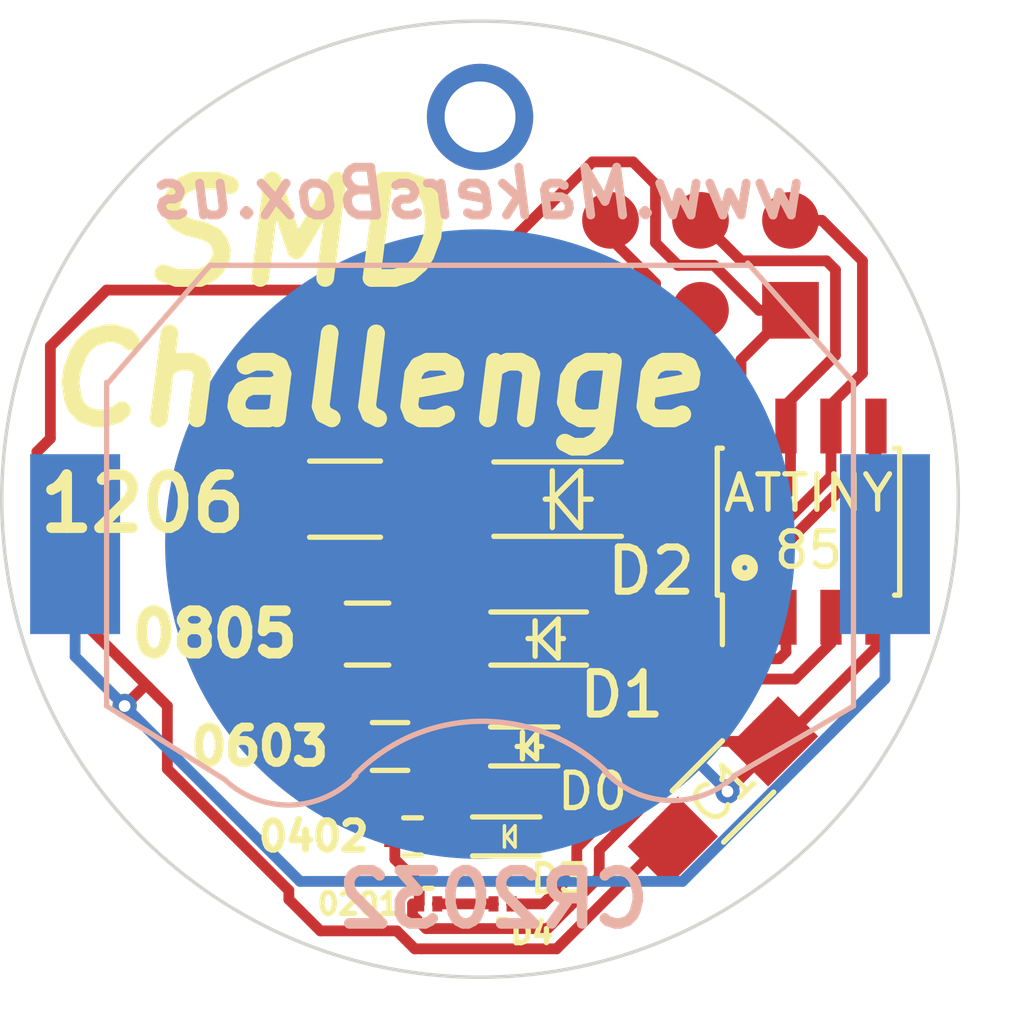
<source format=kicad_pcb>
(kicad_pcb (version 4) (host pcbnew 4.0.4-stable)

  (general
    (links 26)
    (no_connects 0)
    (area 194.094714 78.524714 221.195286 105.625286)
    (thickness 1.6)
    (drawings 17)
    (tracks 155)
    (zones 0)
    (modules 15)
    (nets 14)
  )

  (page USLetter)
  (layers
    (0 F.Cu signal)
    (31 B.Cu signal)
    (34 B.Paste user)
    (35 F.Paste user)
    (36 B.SilkS user)
    (37 F.SilkS user)
    (38 B.Mask user)
    (39 F.Mask user)
    (40 Dwgs.User user)
    (44 Edge.Cuts user)
  )

  (setup
    (last_trace_width 0.3048)
    (user_trace_width 0.254)
    (user_trace_width 0.3048)
    (user_trace_width 0.4064)
    (user_trace_width 0.6096)
    (user_trace_width 2.032)
    (trace_clearance 0.1524)
    (zone_clearance 0.508)
    (zone_45_only no)
    (trace_min 0.1524)
    (segment_width 0.254)
    (edge_width 0.1)
    (via_size 0.6858)
    (via_drill 0.3302)
    (via_min_size 0.6858)
    (via_min_drill 0.3302)
    (user_via 1 0.5)
    (uvia_size 0.762)
    (uvia_drill 0.508)
    (uvias_allowed no)
    (uvia_min_size 0.508)
    (uvia_min_drill 0.127)
    (pcb_text_width 0.3)
    (pcb_text_size 1.5 1.5)
    (mod_edge_width 0.15)
    (mod_text_size 1 1)
    (mod_text_width 0.15)
    (pad_size 2 1.6)
    (pad_drill 0)
    (pad_to_mask_clearance 0)
    (aux_axis_origin 0 0)
    (grid_origin 210.82 95.25)
    (visible_elements 7FFEFFFF)
    (pcbplotparams
      (layerselection 0x010f0_80000001)
      (usegerberextensions true)
      (excludeedgelayer true)
      (linewidth 0.100000)
      (plotframeref false)
      (viasonmask false)
      (mode 1)
      (useauxorigin false)
      (hpglpennumber 1)
      (hpglpenspeed 20)
      (hpglpendiameter 15)
      (hpglpenoverlay 2)
      (psnegative false)
      (psa4output false)
      (plotreference true)
      (plotvalue true)
      (plotinvisibletext false)
      (padsonsilk false)
      (subtractmaskfromsilk false)
      (outputformat 1)
      (mirror false)
      (drillshape 0)
      (scaleselection 1)
      (outputdirectory gerbers/))
  )

  (net 0 "")
  (net 1 GND)
  (net 2 +BATT)
  (net 3 "Net-(CON1-Pad1)")
  (net 4 "Net-(CON1-Pad3)")
  (net 5 "Net-(CON1-Pad4)")
  (net 6 "Net-(CON1-Pad5)")
  (net 7 "Net-(D1-Pad1)")
  (net 8 "Net-(D2-Pad1)")
  (net 9 "Net-(D3-Pad1)")
  (net 10 "Net-(D0-Pad1)")
  (net 11 "Net-(D3-Pad2)")
  (net 12 "Net-(D4-Pad2)")
  (net 13 "Net-(D4-Pad1)")

  (net_class Default "This is the default net class."
    (clearance 0.1524)
    (trace_width 0.1524)
    (via_dia 0.6858)
    (via_drill 0.3302)
    (uvia_dia 0.762)
    (uvia_drill 0.508)
    (add_net +BATT)
    (add_net GND)
    (add_net "Net-(CON1-Pad1)")
    (add_net "Net-(CON1-Pad3)")
    (add_net "Net-(CON1-Pad4)")
    (add_net "Net-(CON1-Pad5)")
    (add_net "Net-(D0-Pad1)")
    (add_net "Net-(D1-Pad1)")
    (add_net "Net-(D2-Pad1)")
    (add_net "Net-(D3-Pad1)")
    (add_net "Net-(D3-Pad2)")
    (add_net "Net-(D4-Pad1)")
    (add_net "Net-(D4-Pad2)")
  )

  (module Housings_SOIC:SOIC-8_3.9x4.9mm_Pitch1.27mm (layer F.Cu) (tedit 58DFE2EB) (tstamp 58DF2780)
    (at 216.916 92.71 90)
    (descr "8-Lead Plastic Small Outline (SN) - Narrow, 3.90 mm Body [SOIC] (see Microchip Packaging Specification 00000049BS.pdf)")
    (tags "SOIC 1.27")
    (path /58C478D3)
    (attr smd)
    (fp_text reference IC1 (at 0.508 0.254 180) (layer F.SilkS) hide
      (effects (font (size 1 1) (thickness 0.15)))
    )
    (fp_text value ATTINY85-S (at 0 3.5 90) (layer F.Fab)
      (effects (font (size 1 1) (thickness 0.15)))
    )
    (fp_circle (center -1.3 -1.8) (end -1.1 -1.7) (layer F.SilkS) (width 0.3))
    (fp_line (start -3.75 -2.75) (end -3.75 2.75) (layer F.CrtYd) (width 0.05))
    (fp_line (start 3.75 -2.75) (end 3.75 2.75) (layer F.CrtYd) (width 0.05))
    (fp_line (start -3.75 -2.75) (end 3.75 -2.75) (layer F.CrtYd) (width 0.05))
    (fp_line (start -3.75 2.75) (end 3.75 2.75) (layer F.CrtYd) (width 0.05))
    (fp_line (start -2.075 -2.575) (end -2.075 -2.43) (layer F.SilkS) (width 0.15))
    (fp_line (start 2.075 -2.575) (end 2.075 -2.43) (layer F.SilkS) (width 0.15))
    (fp_line (start 2.075 2.575) (end 2.075 2.43) (layer F.SilkS) (width 0.15))
    (fp_line (start -2.075 2.575) (end -2.075 2.43) (layer F.SilkS) (width 0.15))
    (fp_line (start -2.075 -2.575) (end 2.075 -2.575) (layer F.SilkS) (width 0.15))
    (fp_line (start -2.075 2.575) (end 2.075 2.575) (layer F.SilkS) (width 0.15))
    (fp_line (start -2.075 -2.43) (end -3.475 -2.43) (layer F.SilkS) (width 0.15))
    (pad 1 smd rect (at -2.7 -1.905 90) (size 1.55 0.6) (layers F.Cu F.Paste F.Mask)
      (net 6 "Net-(CON1-Pad5)"))
    (pad 2 smd rect (at -2.7 -0.635 90) (size 1.55 0.6) (layers F.Cu F.Paste F.Mask)
      (net 11 "Net-(D3-Pad2)"))
    (pad 3 smd rect (at -2.7 0.635 90) (size 1.55 0.6) (layers F.Cu F.Paste F.Mask)
      (net 12 "Net-(D4-Pad2)"))
    (pad 4 smd rect (at -2.7 1.905 90) (size 1.55 0.6) (layers F.Cu F.Paste F.Mask)
      (net 1 GND))
    (pad 5 smd rect (at 2.7 1.905 90) (size 1.55 0.6) (layers F.Cu F.Paste F.Mask)
      (net 5 "Net-(CON1-Pad4)"))
    (pad 6 smd rect (at 2.7 0.635 90) (size 1.55 0.6) (layers F.Cu F.Paste F.Mask)
      (net 3 "Net-(CON1-Pad1)"))
    (pad 7 smd rect (at 2.7 -0.635 90) (size 1.55 0.6) (layers F.Cu F.Paste F.Mask)
      (net 4 "Net-(CON1-Pad3)"))
    (pad 8 smd rect (at 2.7 -1.905 90) (size 1.55 0.6) (layers F.Cu F.Paste F.Mask)
      (net 2 +BATT))
    (model Housings_SOIC.3dshapes/SOIC-8_3.9x4.9mm_Pitch1.27mm.wrl
      (at (xyz 0 0 0))
      (scale (xyz 1 1 1))
      (rotate (xyz 0 0 0))
    )
  )

  (module myFootPrints:BATT_CR2032_SMD (layer B.Cu) (tedit 56CFB5D2) (tstamp 586093B2)
    (at 207.645 93.345 180)
    (tags battery)
    (path /56CFA61E)
    (fp_text reference BT1 (at 0 -5.08 180) (layer B.SilkS) hide
      (effects (font (size 1.72974 1.08712) (thickness 0.27178)) (justify mirror))
    )
    (fp_text value Battery (at 0 2.54 180) (layer B.SilkS) hide
      (effects (font (size 1.524 1.016) (thickness 0.254)) (justify mirror))
    )
    (fp_line (start -7.1755 -6.5405) (end -10.541 -4.572) (layer B.SilkS) (width 0.15))
    (fp_line (start 7.1755 -6.6675) (end 10.541 -4.572) (layer B.SilkS) (width 0.15))
    (fp_arc (start -5.4229 -4.6355) (end -3.5179 -6.4135) (angle -90) (layer B.SilkS) (width 0.15))
    (fp_arc (start 5.4102 -4.7625) (end 7.1882 -6.6675) (angle -90) (layer B.SilkS) (width 0.15))
    (fp_arc (start -0.0635 -10.033) (end -3.556 -6.4135) (angle -90) (layer B.SilkS) (width 0.15))
    (fp_line (start 7.62 7.874) (end 10.541 4.5085) (layer B.SilkS) (width 0.15))
    (fp_line (start -10.541 4.572) (end -7.5565 7.9375) (layer B.SilkS) (width 0.15))
    (fp_line (start -7.62 7.874) (end 7.62 7.874) (layer B.SilkS) (width 0.15))
    (fp_line (start -10.541 -4.572) (end -10.541 4.572) (layer B.SilkS) (width 0.15))
    (fp_line (start 10.541 -4.572) (end 10.541 4.572) (layer B.SilkS) (width 0.15))
    (fp_circle (center 0 0) (end -10.16 0) (layer Dwgs.User) (width 0.15))
    (pad 2 smd circle (at 0 0 180) (size 17.78 17.78) (layers B.Cu B.Paste B.Mask)
      (net 1 GND))
    (pad 1 smd rect (at -11.43 0 180) (size 2.54 5.08) (layers B.Cu B.Paste B.Mask)
      (net 2 +BATT))
    (pad 1 smd rect (at 11.43 0 180) (size 2.54 5.08) (layers B.Cu B.Paste B.Mask)
      (net 2 +BATT))
  )

  (module LEDs:LED-0603 (layer F.Cu) (tedit 58DFE1FA) (tstamp 58D33EFB)
    (at 208.534 101.6)
    (descr "LED 0603 smd package")
    (tags "LED led 0603 SMD smd SMT smt smdled SMDLED smtled SMTLED")
    (path /58D34030)
    (attr smd)
    (fp_text reference D3 (at 1.3335 1.2065) (layer F.SilkS)
      (effects (font (size 0.8 0.8) (thickness 0.15)))
    )
    (fp_text value LED (at 0 1.5) (layer F.Fab)
      (effects (font (size 1 1) (thickness 0.15)))
    )
    (fp_line (start -0.15 0) (end 0.1 -0.3) (layer F.SilkS) (width 0.1))
    (fp_line (start 0.1 -0.3) (end 0.1 0.3) (layer F.SilkS) (width 0.1))
    (fp_line (start 0.1 0.3) (end -0.15 0) (layer F.SilkS) (width 0.1))
    (fp_line (start -0.2 -0.3) (end -0.2 0.3) (layer F.SilkS) (width 0.1))
    (fp_line (start -1.1 0.55) (end 0.8 0.55) (layer F.SilkS) (width 0.15))
    (fp_line (start -1.1 -0.55) (end 0.8 -0.55) (layer F.SilkS) (width 0.15))
    (fp_line (start 1.4 -0.75) (end 1.4 0.75) (layer F.CrtYd) (width 0.05))
    (fp_line (start 1.4 0.75) (end -1.4 0.75) (layer F.CrtYd) (width 0.05))
    (fp_line (start -1.4 0.75) (end -1.4 -0.75) (layer F.CrtYd) (width 0.05))
    (fp_line (start -1.4 -0.75) (end 1.4 -0.75) (layer F.CrtYd) (width 0.05))
    (pad 2 smd rect (at 0.5 0 180) (size 0.6 0.7) (layers F.Cu F.Paste F.Mask)
      (net 11 "Net-(D3-Pad2)"))
    (pad 1 smd rect (at -0.6 0 180) (size 0.6 0.7) (layers F.Cu F.Paste F.Mask)
      (net 9 "Net-(D3-Pad1)"))
    (model LEDs.3dshapes/LED_0402.wrl
      (at (xyz 0 0 0))
      (scale (xyz 1 1 1))
      (rotate (xyz 0 0 0))
    )
  )

  (module Resistors_SMD:R_0402 (layer F.Cu) (tedit 58DFDC4A) (tstamp 58D349A9)
    (at 205.74 101.6 180)
    (descr "Resistor SMD 0402, reflow soldering, Vishay (see dcrcw.pdf)")
    (tags "resistor 0402")
    (path /58D3406E)
    (attr smd)
    (fp_text reference R3 (at 0 0 180) (layer Dwgs.User) hide
      (effects (font (size 1 1) (thickness 0.15)))
    )
    (fp_text value 330 (at 0 1.8 180) (layer F.Fab)
      (effects (font (size 1 1) (thickness 0.15)))
    )
    (fp_line (start -0.95 -0.65) (end 0.95 -0.65) (layer F.CrtYd) (width 0.05))
    (fp_line (start -0.95 0.65) (end 0.95 0.65) (layer F.CrtYd) (width 0.05))
    (fp_line (start -0.95 -0.65) (end -0.95 0.65) (layer F.CrtYd) (width 0.05))
    (fp_line (start 0.95 -0.65) (end 0.95 0.65) (layer F.CrtYd) (width 0.05))
    (fp_line (start 0.25 -0.525) (end -0.25 -0.525) (layer F.SilkS) (width 0.15))
    (fp_line (start -0.25 0.525) (end 0.25 0.525) (layer F.SilkS) (width 0.15))
    (pad 1 smd rect (at -0.4 0 180) (size 0.6 0.6) (layers F.Cu F.Paste F.Mask)
      (net 9 "Net-(D3-Pad1)"))
    (pad 2 smd rect (at 0.5 0 180) (size 0.6 0.6) (layers F.Cu F.Paste F.Mask)
      (net 1 GND))
    (model Resistors_SMD.3dshapes/R_0402.wrl
      (at (xyz 0 0 0))
      (scale (xyz 1 1 1))
      (rotate (xyz 0 0 0))
    )
  )

  (module LEDs:LED-0603 (layer F.Cu) (tedit 58DFDCC8) (tstamp 58D337F0)
    (at 209.042 99.06)
    (descr "LED 0603 smd package")
    (tags "LED led 0603 SMD smd SMT smt smdled SMDLED smtled SMTLED")
    (path /58D33940)
    (attr smd)
    (fp_text reference D0 (at 1.778 1.27) (layer F.SilkS)
      (effects (font (size 1 1) (thickness 0.15)))
    )
    (fp_text value LED (at 0 1.5) (layer F.Fab)
      (effects (font (size 1 1) (thickness 0.15)))
    )
    (fp_line (start 0.2 0) (end 0.35 0) (layer F.SilkS) (width 0.15))
    (fp_line (start -0.35 0) (end -0.15 0) (layer F.SilkS) (width 0.15))
    (fp_line (start -0.1 0) (end 0.2 -0.35) (layer F.SilkS) (width 0.15))
    (fp_line (start 0.2 -0.35) (end 0.2 0.35) (layer F.SilkS) (width 0.15))
    (fp_line (start 0.2 0.35) (end -0.2 0) (layer F.SilkS) (width 0.15))
    (fp_line (start -0.2 0) (end -0.15 0) (layer F.SilkS) (width 0.15))
    (fp_line (start -0.2 -0.4) (end -0.2 0.35) (layer F.SilkS) (width 0.15))
    (fp_line (start -1.1 0.55) (end 0.8 0.55) (layer F.SilkS) (width 0.15))
    (fp_line (start -1.1 -0.55) (end 0.8 -0.55) (layer F.SilkS) (width 0.15))
    (fp_line (start 1.4 -0.75) (end 1.4 0.75) (layer F.CrtYd) (width 0.05))
    (fp_line (start 1.4 0.75) (end -1.4 0.75) (layer F.CrtYd) (width 0.05))
    (fp_line (start -1.4 0.75) (end -1.4 -0.75) (layer F.CrtYd) (width 0.05))
    (fp_line (start -1.4 -0.75) (end 1.4 -0.75) (layer F.CrtYd) (width 0.05))
    (pad 2 smd rect (at 0.889 0 180) (size 1 0.79756) (layers F.Cu F.Paste F.Mask)
      (net 5 "Net-(CON1-Pad4)"))
    (pad 1 smd rect (at -0.889 0 180) (size 1 0.79756) (layers F.Cu F.Paste F.Mask)
      (net 10 "Net-(D0-Pad1)"))
    (model LEDs.3dshapes/LED_0603.wrl
      (at (xyz 0 0 0))
      (scale (xyz 1 1 1))
      (rotate (xyz 0 0 0))
    )
  )

  (module LEDs:LED-0805 (layer F.Cu) (tedit 58DFE201) (tstamp 58D337EA)
    (at 209.55 96.012)
    (descr "LED 0805 smd package")
    (tags "LED 0805 SMD")
    (path /58D338E3)
    (attr smd)
    (fp_text reference D1 (at 2.0955 1.5875) (layer F.SilkS)
      (effects (font (size 1.2 1.2) (thickness 0.2)))
    )
    (fp_text value LED (at 0 1.75) (layer F.Fab)
      (effects (font (size 1 1) (thickness 0.15)))
    )
    (fp_line (start 0.3 0) (end 0.45 0) (layer F.SilkS) (width 0.15))
    (fp_line (start -0.55 0) (end -0.2 0) (layer F.SilkS) (width 0.15))
    (fp_line (start -0.25 0) (end 0.3 -0.55) (layer F.SilkS) (width 0.15))
    (fp_line (start 0.3 -0.55) (end 0.3 0.55) (layer F.SilkS) (width 0.15))
    (fp_line (start 0.3 0.55) (end -0.25 0) (layer F.SilkS) (width 0.15))
    (fp_line (start -0.35 -0.35) (end -0.35 -0.5) (layer F.SilkS) (width 0.15))
    (fp_line (start -0.35 0.35) (end -0.35 0.5) (layer F.SilkS) (width 0.15))
    (fp_line (start -1.6 0.75) (end 1.1 0.75) (layer F.SilkS) (width 0.15))
    (fp_line (start -1.6 -0.75) (end 1.1 -0.75) (layer F.SilkS) (width 0.15))
    (fp_line (start -0.35 -0.35) (end -0.35 0.35) (layer F.SilkS) (width 0.15))
    (fp_line (start 1.9 -0.95) (end 1.9 0.95) (layer F.CrtYd) (width 0.05))
    (fp_line (start 1.9 0.95) (end -1.9 0.95) (layer F.CrtYd) (width 0.05))
    (fp_line (start -1.9 0.95) (end -1.9 -0.95) (layer F.CrtYd) (width 0.05))
    (fp_line (start -1.9 -0.95) (end 1.9 -0.95) (layer F.CrtYd) (width 0.05))
    (pad 2 smd rect (at 1.143 0 180) (size 1.3 1.19888) (layers F.Cu F.Paste F.Mask)
      (net 3 "Net-(CON1-Pad1)"))
    (pad 1 smd rect (at -1.27 0 180) (size 1.3 1.19888) (layers F.Cu F.Paste F.Mask)
      (net 7 "Net-(D1-Pad1)"))
    (model LEDs.3dshapes/LED-0805.wrl
      (at (xyz 0 0 0))
      (scale (xyz 1 1 1))
      (rotate (xyz 0 0 0))
    )
    (model LEDs.3dshapes/LED_0805.wrl
      (at (xyz 0 0 0))
      (scale (xyz 1 1 1))
      (rotate (xyz 0 0 0))
    )
  )

  (module LEDs:LED-1206 (layer F.Cu) (tedit 58DFDD9F) (tstamp 58D337E4)
    (at 210.185 92.075)
    (descr "LED 1206 smd package")
    (tags "LED1206 SMD")
    (path /58C49927)
    (attr smd)
    (fp_text reference D2 (at 2.286 2.032) (layer F.SilkS)
      (effects (font (size 1.25 1.25) (thickness 0.2)))
    )
    (fp_text value LED (at 0 2) (layer F.Fab)
      (effects (font (size 1 1) (thickness 0.15)))
    )
    (fp_line (start -0.5 0.7) (end -0.5 0.8) (layer F.SilkS) (width 0.15))
    (fp_line (start -0.5 -0.7) (end -0.5 -0.8) (layer F.SilkS) (width 0.15))
    (fp_line (start 0.3 0) (end 0.6 0) (layer F.SilkS) (width 0.15))
    (fp_line (start 0.3 0.8) (end 0.3 -0.7) (layer F.SilkS) (width 0.15))
    (fp_line (start 0.3 -0.7) (end 0.3 -0.8) (layer F.SilkS) (width 0.15))
    (fp_line (start 0.2 0.7) (end 0.3 0.8) (layer F.SilkS) (width 0.15))
    (fp_line (start 0.2 -0.7) (end 0.3 -0.8) (layer F.SilkS) (width 0.15))
    (fp_line (start -0.7 0) (end -0.5 0) (layer F.SilkS) (width 0.15))
    (fp_line (start -0.5 0.5) (end -0.5 0.7) (layer F.SilkS) (width 0.15))
    (fp_line (start -0.5 -0.5) (end -0.5 -0.7) (layer F.SilkS) (width 0.15))
    (fp_line (start -0.4 0) (end 0.2 0.7) (layer F.SilkS) (width 0.15))
    (fp_line (start 0.2 -0.7) (end -0.4 -0.1) (layer F.SilkS) (width 0.15))
    (fp_line (start -2.15 1.05) (end 1.45 1.05) (layer F.SilkS) (width 0.15))
    (fp_line (start -2.15 -1.05) (end 1.45 -1.05) (layer F.SilkS) (width 0.15))
    (fp_line (start -0.5 -0.5) (end -0.5 0.5) (layer F.SilkS) (width 0.15))
    (fp_line (start 2.5 -1.25) (end -2.5 -1.25) (layer F.CrtYd) (width 0.05))
    (fp_line (start -2.5 -1.25) (end -2.5 1.25) (layer F.CrtYd) (width 0.05))
    (fp_line (start -2.5 1.25) (end 2.5 1.25) (layer F.CrtYd) (width 0.05))
    (fp_line (start 2.5 1.25) (end 2.5 -1.25) (layer F.CrtYd) (width 0.05))
    (pad 2 smd rect (at 1.524 0 180) (size 1.7 1.80086) (layers F.Cu F.Paste F.Mask)
      (net 4 "Net-(CON1-Pad3)"))
    (pad 1 smd rect (at -1.651 0 180) (size 1.7 1.80086) (layers F.Cu F.Paste F.Mask)
      (net 8 "Net-(D2-Pad1)"))
    (model LEDs.3dshapes/LED_1206.wrl
      (at (xyz 0 0 0))
      (scale (xyz 1 1 1))
      (rotate (xyz 0 0 0))
    )
  )

  (module Resistors_SMD:R_0603 (layer F.Cu) (tedit 58DFDC53) (tstamp 58D33802)
    (at 205.105 99.06 180)
    (descr "Resistor SMD 0603, reflow soldering, Vishay (see dcrcw.pdf)")
    (tags "resistor 0603")
    (path /58D339BB)
    (attr smd)
    (fp_text reference R0 (at 0 0 180) (layer F.SilkS) hide
      (effects (font (size 1 1) (thickness 0.15)))
    )
    (fp_text value 330 (at 0 1.9 180) (layer F.Fab)
      (effects (font (size 1 1) (thickness 0.15)))
    )
    (fp_line (start -1.3 -0.8) (end 1.3 -0.8) (layer F.CrtYd) (width 0.05))
    (fp_line (start -1.3 0.8) (end 1.3 0.8) (layer F.CrtYd) (width 0.05))
    (fp_line (start -1.3 -0.8) (end -1.3 0.8) (layer F.CrtYd) (width 0.05))
    (fp_line (start 1.3 -0.8) (end 1.3 0.8) (layer F.CrtYd) (width 0.05))
    (fp_line (start 0.5 0.675) (end -0.5 0.675) (layer F.SilkS) (width 0.15))
    (fp_line (start -0.5 -0.675) (end 0.5 -0.675) (layer F.SilkS) (width 0.15))
    (pad 1 smd rect (at -0.889 0 180) (size 0.7 0.9) (layers F.Cu F.Paste F.Mask)
      (net 10 "Net-(D0-Pad1)"))
    (pad 2 smd rect (at 1.016 0 180) (size 0.7 0.9) (layers F.Cu F.Paste F.Mask)
      (net 1 GND))
    (model Resistors_SMD.3dshapes/R_0603.wrl
      (at (xyz 0 0 0))
      (scale (xyz 1 1 1))
      (rotate (xyz 0 0 0))
    )
  )

  (module Resistors_SMD:R_1206 (layer F.Cu) (tedit 58DFDDFE) (tstamp 58D337F6)
    (at 203.835 92.075 180)
    (descr "Resistor SMD 1206, reflow soldering, Vishay (see dcrcw.pdf)")
    (tags "resistor 1206")
    (path /56CEB2B5)
    (attr smd)
    (fp_text reference R2 (at 0 0 180) (layer F.SilkS) hide
      (effects (font (size 1.25 1.25) (thickness 0.2)))
    )
    (fp_text value 330 (at 0 2.3 180) (layer F.Fab)
      (effects (font (size 1 1) (thickness 0.15)))
    )
    (fp_line (start -2.2 -1.2) (end 2.2 -1.2) (layer F.CrtYd) (width 0.05))
    (fp_line (start -2.2 1.2) (end 2.2 1.2) (layer F.CrtYd) (width 0.05))
    (fp_line (start -2.2 -1.2) (end -2.2 1.2) (layer F.CrtYd) (width 0.05))
    (fp_line (start 2.2 -1.2) (end 2.2 1.2) (layer F.CrtYd) (width 0.05))
    (fp_line (start 1 1.075) (end -1 1.075) (layer F.SilkS) (width 0.15))
    (fp_line (start -1 -1.075) (end 1 -1.075) (layer F.SilkS) (width 0.15))
    (pad 1 smd rect (at -1.778 0 180) (size 1.1 1.7) (layers F.Cu F.Paste F.Mask)
      (net 8 "Net-(D2-Pad1)"))
    (pad 2 smd rect (at 1.651 0 180) (size 1.1 1.7) (layers F.Cu F.Paste F.Mask)
      (net 1 GND))
    (model Resistors_SMD.3dshapes/R_1206.wrl
      (at (xyz 0 0 0))
      (scale (xyz 1 1 1))
      (rotate (xyz 0 0 0))
    )
  )

  (module Resistors_SMD:R_0805 (layer F.Cu) (tedit 58DFDC5C) (tstamp 58D337FC)
    (at 204.47 95.885 180)
    (descr "Resistor SMD 0805, reflow soldering, Vishay (see dcrcw.pdf)")
    (tags "resistor 0805")
    (path /58D3397B)
    (attr smd)
    (fp_text reference R1 (at 0 0 180) (layer F.SilkS) hide
      (effects (font (size 1 1) (thickness 0.15)))
    )
    (fp_text value 330 (at 0 2.1 180) (layer F.Fab)
      (effects (font (size 1 1) (thickness 0.15)))
    )
    (fp_line (start -1.6 -1) (end 1.6 -1) (layer F.CrtYd) (width 0.05))
    (fp_line (start -1.6 1) (end 1.6 1) (layer F.CrtYd) (width 0.05))
    (fp_line (start -1.6 -1) (end -1.6 1) (layer F.CrtYd) (width 0.05))
    (fp_line (start 1.6 -1) (end 1.6 1) (layer F.CrtYd) (width 0.05))
    (fp_line (start 0.6 0.875) (end -0.6 0.875) (layer F.SilkS) (width 0.15))
    (fp_line (start -0.6 -0.875) (end 0.6 -0.875) (layer F.SilkS) (width 0.15))
    (pad 1 smd rect (at -1.143 0 180) (size 0.9 1.3) (layers F.Cu F.Paste F.Mask)
      (net 7 "Net-(D1-Pad1)"))
    (pad 2 smd rect (at 1.143 0 180) (size 0.9 1.3) (layers F.Cu F.Paste F.Mask)
      (net 1 GND))
    (model Resistors_SMD.3dshapes/R_0805.wrl
      (at (xyz 0 0 0))
      (scale (xyz 1 1 1))
      (rotate (xyz 0 0 0))
    )
  )

  (module Pin_Headers:Pin_Header_Straight_1x01 (layer F.Cu) (tedit 58C4AD73) (tstamp 5860AB5B)
    (at 207.645 81.28)
    (descr "Through hole pin header")
    (tags "pin header")
    (path /5860AE9A)
    (fp_text reference P1 (at -0.6 -0.5) (layer F.SilkS) hide
      (effects (font (size 0.127 0.127) (thickness 0.03175)))
    )
    (fp_text value CONN_01X01 (at 0 0.9) (layer F.Fab)
      (effects (font (size 0.127 0.127) (thickness 0.03175)))
    )
    (pad "" thru_hole circle (at 0 0) (size 3 3) (drill 2) (layers *.Cu *.Mask))
  )

  (module myFootPrints:AVR-ISP-6 (layer F.Cu) (tedit 5860A6AE) (tstamp 586092C3)
    (at 216.408 84.201 270)
    (descr "6-lead dip package, row spacing 7.62 mm (300 mils)")
    (tags "dil dip 2.54 300")
    (path /58609061)
    (fp_text reference CON1 (at 0 -2.54 270) (layer F.SilkS) hide
      (effects (font (size 1 1) (thickness 0.15)))
    )
    (fp_text value AVR-ISP-6 (at 0 -3.72 270) (layer F.Fab) hide
      (effects (font (size 1 1) (thickness 0.15)))
    )
    (pad 1 smd oval (at 0 0 270) (size 1.6 1.6) (layers F.Cu F.Paste F.Mask)
      (net 3 "Net-(CON1-Pad1)"))
    (pad 2 smd rect (at 2.54 0 270) (size 1.6 1.6) (layers F.Cu F.Paste F.Mask)
      (net 2 +BATT))
    (pad 3 smd oval (at 0 2.54 270) (size 1.6 1.6) (layers F.Cu F.Paste F.Mask)
      (net 4 "Net-(CON1-Pad3)"))
    (pad 4 smd oval (at 2.54 2.54 270) (size 1.6 1.6) (layers F.Cu F.Paste F.Mask)
      (net 5 "Net-(CON1-Pad4)"))
    (pad 5 smd oval (at 0 5.08 270) (size 1.6 1.6) (layers F.Cu F.Paste F.Mask)
      (net 6 "Net-(CON1-Pad5)"))
    (pad 6 smd oval (at 2.54 5.08 270) (size 1.6 1.6) (layers F.Cu F.Paste F.Mask)
      (net 1 GND))
  )

  (module Capacitors_SMD:C_1206_HandSoldering (layer F.Cu) (tedit 58D33FE5) (tstamp 58D337DE)
    (at 214.503 100.33 225)
    (descr "Capacitor SMD 1206, hand soldering")
    (tags "capacitor 1206")
    (path /553FDF53)
    (attr smd)
    (fp_text reference C1 (at 0 0 225) (layer F.SilkS)
      (effects (font (size 1 1) (thickness 0.15)))
    )
    (fp_text value "0.1 uF" (at 0 2.3 225) (layer F.Fab)
      (effects (font (size 1 1) (thickness 0.15)))
    )
    (fp_line (start -3.3 -1.15) (end 3.3 -1.15) (layer F.CrtYd) (width 0.05))
    (fp_line (start -3.3 1.15) (end 3.3 1.15) (layer F.CrtYd) (width 0.05))
    (fp_line (start -3.3 -1.15) (end -3.3 1.15) (layer F.CrtYd) (width 0.05))
    (fp_line (start 3.3 -1.15) (end 3.3 1.15) (layer F.CrtYd) (width 0.05))
    (fp_line (start 1 -1.025) (end -1 -1.025) (layer F.SilkS) (width 0.15))
    (fp_line (start -1 1.025) (end 1 1.025) (layer F.SilkS) (width 0.15))
    (pad 1 smd rect (at -2 0 225) (size 2 1.6) (layers F.Cu F.Paste F.Mask)
      (net 1 GND))
    (pad 2 smd rect (at 2 0 225) (size 2 1.6) (layers F.Cu F.Paste F.Mask)
      (net 2 +BATT))
    (model Capacitors_SMD.3dshapes/C_1206_HandSoldering.wrl
      (at (xyz 0 0 0))
      (scale (xyz 1 1 1))
      (rotate (xyz 0 0 0))
    )
  )

  (module Resistors_SMD:R_0201 (layer F.Cu) (tedit 58DFDE07) (tstamp 58DDCC1C)
    (at 206.1845 103.505 180)
    (descr "Resistor SMD 0201, reflow soldering, Vishay (see crcw0201e3.pdf)")
    (tags "resistor 0201")
    (path /58DDCB43)
    (attr smd)
    (fp_text reference R4 (at -0.127 0.127 180) (layer F.SilkS) hide
      (effects (font (size 1 1) (thickness 0.15)))
    )
    (fp_text value 330 (at 0 1.7 180) (layer F.Fab)
      (effects (font (size 1 1) (thickness 0.15)))
    )
    (fp_line (start -0.65 -0.55) (end 0.65 -0.55) (layer F.CrtYd) (width 0.05))
    (fp_line (start -0.65 0.55) (end 0.65 0.55) (layer F.CrtYd) (width 0.05))
    (fp_line (start -0.65 -0.55) (end -0.65 0.55) (layer F.CrtYd) (width 0.05))
    (fp_line (start 0.65 -0.55) (end 0.65 0.55) (layer F.CrtYd) (width 0.05))
    (fp_line (start 0.115 -0.44) (end -0.115 -0.44) (layer F.SilkS) (width 0.15))
    (fp_line (start -0.115 0.44) (end 0.115 0.44) (layer F.SilkS) (width 0.15))
    (pad 1 smd rect (at -0.255 0 180) (size 0.28 0.43) (layers F.Cu F.Paste F.Mask)
      (net 13 "Net-(D4-Pad1)"))
    (pad 2 smd rect (at 0.255 0 180) (size 0.28 0.43) (layers F.Cu F.Paste F.Mask)
      (net 1 GND))
    (model Resistors_SMD.3dshapes/R_0201.wrl
      (at (xyz 0 0 0))
      (scale (xyz 1 1 1))
      (rotate (xyz 0 0 0))
    )
  )

  (module Resistors_SMD:R_0201 (layer F.Cu) (tedit 58DFE1E5) (tstamp 58DDCC0A)
    (at 208.28 103.505)
    (descr "Resistor SMD 0201, reflow soldering, Vishay (see crcw0201e3.pdf)")
    (tags "resistor 0201")
    (path /58DDCAFF)
    (attr smd)
    (fp_text reference D4 (at 0.8255 0.8255) (layer F.SilkS)
      (effects (font (size 0.6 0.6) (thickness 0.15)))
    )
    (fp_text value LED (at 0 1.7) (layer F.Fab)
      (effects (font (size 1 1) (thickness 0.15)))
    )
    (fp_line (start -0.65 -0.55) (end 0.65 -0.55) (layer F.CrtYd) (width 0.05))
    (fp_line (start -0.65 0.55) (end 0.65 0.55) (layer F.CrtYd) (width 0.05))
    (fp_line (start -0.65 -0.55) (end -0.65 0.55) (layer F.CrtYd) (width 0.05))
    (fp_line (start 0.65 -0.55) (end 0.65 0.55) (layer F.CrtYd) (width 0.05))
    (fp_line (start 0.115 -0.44) (end -0.115 -0.44) (layer F.SilkS) (width 0.15))
    (fp_line (start -0.115 0.44) (end 0.115 0.44) (layer F.SilkS) (width 0.15))
    (pad 1 smd rect (at -0.255 0) (size 0.28 0.43) (layers F.Cu F.Paste F.Mask)
      (net 13 "Net-(D4-Pad1)"))
    (pad 2 smd rect (at 0.255 0) (size 0.28 0.43) (layers F.Cu F.Paste F.Mask)
      (net 12 "Net-(D4-Pad2)"))
    (model Resistors_SMD.3dshapes/R_0201.wrl
      (at (xyz 0 0 0))
      (scale (xyz 1 1 1))
      (rotate (xyz 0 0 0))
    )
  )

  (gr_text www.MakersBox.us (at 207.645 83.439) (layer B.SilkS)
    (effects (font (size 1.35 1.35) (thickness 0.25) italic) (justify mirror))
  )
  (gr_line (start 208.026 106.68) (end 208.026 87.376) (angle 90) (layer Dwgs.User) (width 0.254))
  (gr_text 0201 (at 204.216 103.505) (layer F.SilkS)
    (effects (font (size 0.6 0.6) (thickness 0.15)))
  )
  (gr_text Challenge (at 204.724 88.7095) (layer F.SilkS)
    (effects (font (size 2.4 2.5) (thickness 0.5) italic))
  )
  (gr_text SMD (at 202.438 84.582) (layer F.SilkS)
    (effects (font (size 2.75 2.75) (thickness 0.5) italic))
  )
  (gr_text CR2032 (at 208.026 103.378) (layer B.SilkS)
    (effects (font (size 1.5 1.5) (thickness 0.3)) (justify mirror))
  )
  (gr_text 0402 (at 202.946 101.6) (layer F.SilkS)
    (effects (font (size 0.8 0.8) (thickness 0.2)))
  )
  (gr_text 0603 (at 201.422 99.06) (layer F.SilkS)
    (effects (font (size 1 1) (thickness 0.25)))
  )
  (gr_text 0805 (at 200.152 95.885) (layer F.SilkS)
    (effects (font (size 1.2 1.2) (thickness 0.3)))
  )
  (gr_text 1206 (at 198.12 92.202) (layer F.SilkS)
    (effects (font (size 1.5 1.5) (thickness 0.3)))
  )
  (gr_line (start 207.645 92.71) (end 207.645 78.105) (angle 90) (layer Dwgs.User) (width 0.254))
  (gr_line (start 222.885 92.71) (end 207.645 92.71) (angle 90) (layer Dwgs.User) (width 0.254))
  (gr_line (start 207.645 92.71) (end 222.885 92.71) (angle 90) (layer Dwgs.User) (width 0.254))
  (gr_circle (center 207.645 93.345) (end 202.565 85.725) (layer Dwgs.User) (width 0.254))
  (gr_circle (center 207.645 92.075) (end 197.485 83.185) (layer Edge.Cuts) (width 0.1))
  (gr_text "ATTINY\n85" (at 216.916 92.71) (layer F.SilkS)
    (effects (font (size 1 1) (thickness 0.15)))
  )
  (gr_line (start 202.32 86.75) (end 219.82 104.25) (angle 90) (layer Dwgs.User) (width 0.1))

  (segment (start 202.184 92.075) (end 202.184 90.9955) (width 0.3048) (layer F.Cu) (net 1))
  (segment (start 203.022202 86.741) (end 211.328 86.741) (width 0.3048) (layer F.Cu) (net 1) (tstamp 58E0554B))
  (segment (start 202.5015 87.261702) (end 203.022202 86.741) (width 0.3048) (layer F.Cu) (net 1) (tstamp 58E0554A))
  (segment (start 202.5015 90.678) (end 202.5015 87.261702) (width 0.3048) (layer F.Cu) (net 1) (tstamp 58E05547))
  (segment (start 202.184 90.9955) (end 202.5015 90.678) (width 0.3048) (layer F.Cu) (net 1) (tstamp 58E05546))
  (segment (start 203.327 95.885) (end 203.327 94.9325) (width 0.3048) (layer F.Cu) (net 1))
  (segment (start 202.184 93.7895) (end 202.184 92.075) (width 0.3048) (layer F.Cu) (net 1) (tstamp 58E05538))
  (segment (start 203.327 94.9325) (end 202.184 93.7895) (width 0.3048) (layer F.Cu) (net 1) (tstamp 58E05536))
  (segment (start 204.089 99.06) (end 204.089 98.298) (width 0.3048) (layer F.Cu) (net 1))
  (segment (start 203.327 97.536) (end 203.327 95.885) (width 0.3048) (layer F.Cu) (net 1) (tstamp 58E0552F))
  (segment (start 204.089 98.298) (end 203.327 97.536) (width 0.3048) (layer F.Cu) (net 1) (tstamp 58E0552D))
  (segment (start 205.24 101.6) (end 205.24 101.5445) (width 0.3048) (layer F.Cu) (net 1))
  (segment (start 205.24 101.5445) (end 204.089 100.3935) (width 0.3048) (layer F.Cu) (net 1) (tstamp 58E05526))
  (segment (start 204.089 100.3935) (end 204.089 99.06) (width 0.3048) (layer F.Cu) (net 1) (tstamp 58E05527))
  (segment (start 205.9295 103.505) (end 205.9295 102.9325) (width 0.3048) (layer F.Cu) (net 1))
  (segment (start 205.24 102.243) (end 205.24 101.6) (width 0.3048) (layer F.Cu) (net 1) (tstamp 58E0551B))
  (segment (start 205.9295 102.9325) (end 205.24 102.243) (width 0.3048) (layer F.Cu) (net 1) (tstamp 58E05519))
  (segment (start 205.74 103.505) (end 205.74 103.8225) (width 0.3048) (layer F.Cu) (net 1))
  (segment (start 214.075714 98.915786) (end 215.917214 98.915786) (width 0.3048) (layer F.Cu) (net 1) (tstamp 58DFE78D))
  (segment (start 211.0105 101.981) (end 214.075714 98.915786) (width 0.3048) (layer F.Cu) (net 1) (tstamp 58DFE78A))
  (segment (start 211.0105 102.743) (end 211.0105 101.981) (width 0.3048) (layer F.Cu) (net 1) (tstamp 58DFE789))
  (segment (start 209.55 104.2035) (end 211.0105 102.743) (width 0.3048) (layer F.Cu) (net 1) (tstamp 58DFE781))
  (segment (start 206.121 104.2035) (end 209.55 104.2035) (width 0.3048) (layer F.Cu) (net 1) (tstamp 58DFE780))
  (segment (start 205.74 103.8225) (end 206.121 104.2035) (width 0.3048) (layer F.Cu) (net 1) (tstamp 58DFE77F))
  (segment (start 202.057 91.948) (end 202.184 92.075) (width 0.3048) (layer F.Cu) (net 1) (tstamp 58DFE741))
  (segment (start 205.9295 103.505) (end 205.74 103.505) (width 0.3048) (layer F.Cu) (net 1))
  (segment (start 207.645 93.345) (end 214.63 100.33) (width 0.3048) (layer B.Cu) (net 1))
  (segment (start 214.63 100.33) (end 215.917214 99.042786) (width 0.3048) (layer F.Cu) (net 1) (tstamp 58DF2E2D))
  (via (at 214.63 100.33) (size 0.6858) (drill 0.3302) (layers F.Cu B.Cu) (net 1))
  (segment (start 215.917214 99.042786) (end 215.917214 98.915786) (width 0.3048) (layer F.Cu) (net 1) (tstamp 58DF2E2E))
  (segment (start 215.917214 98.915786) (end 216.171214 98.915786) (width 0.3048) (layer F.Cu) (net 1))
  (segment (start 216.171214 98.915786) (end 218.821 96.266) (width 0.3048) (layer F.Cu) (net 1) (tstamp 58DF2A7B))
  (segment (start 218.821 96.266) (end 218.821 95.41) (width 0.3048) (layer F.Cu) (net 1) (tstamp 58DF2A7F))
  (segment (start 198.27875 97.37725) (end 198.15175 97.37725) (width 0.3048) (layer F.Cu) (net 2))
  (via (at 197.612 97.917) (size 0.6858) (drill 0.3302) (layers F.Cu B.Cu) (net 2))
  (segment (start 198.15175 97.37725) (end 197.612 97.917) (width 0.3048) (layer F.Cu) (net 2) (tstamp 58E05645))
  (segment (start 197.612 97.917) (end 197.64375 97.94875) (width 0.3048) (layer B.Cu) (net 2) (tstamp 58E05649))
  (segment (start 197.64375 97.94875) (end 197.612 97.9805) (width 0.3048) (layer B.Cu) (net 2) (tstamp 58E0564A))
  (segment (start 197.612 97.9805) (end 197.612 97.917) (width 0.3048) (layer B.Cu) (net 2) (tstamp 58E0564C))
  (segment (start 209.64525 83.72475) (end 209.58175 83.72475) (width 0.3048) (layer F.Cu) (net 2))
  (segment (start 195.1355 94.234) (end 195.1355 90.7415) (width 0.3048) (layer F.Cu) (net 2) (tstamp 58E0545F))
  (segment (start 205.994 104.775) (end 205.8035 104.775) (width 0.3048) (layer F.Cu) (net 2))
  (segment (start 209.804 104.775) (end 205.994 104.775) (width 0.3048) (layer F.Cu) (net 2) (tstamp 58DF2D25))
  (segment (start 209.804 104.775) (end 212.834786 101.744214) (width 0.3048) (layer F.Cu) (net 2) (tstamp 58DF2D20))
  (segment (start 198.8185 97.917) (end 198.27875 97.37725) (width 0.3048) (layer F.Cu) (net 2) (tstamp 58E05426))
  (segment (start 198.27875 97.37725) (end 196.9135 96.012) (width 0.3048) (layer F.Cu) (net 2) (tstamp 58E05643))
  (segment (start 198.8185 99.695) (end 198.8185 97.917) (width 0.3048) (layer F.Cu) (net 2) (tstamp 58E05422))
  (segment (start 202.2475 103.124) (end 198.8185 99.695) (width 0.3048) (layer F.Cu) (net 2) (tstamp 58E0541F))
  (segment (start 202.2475 103.378) (end 202.2475 103.124) (width 0.3048) (layer F.Cu) (net 2) (tstamp 58E0541D))
  (segment (start 203.1365 104.267) (end 202.2475 103.378) (width 0.3048) (layer F.Cu) (net 2) (tstamp 58E0541A))
  (segment (start 205.2955 104.267) (end 203.1365 104.267) (width 0.3048) (layer F.Cu) (net 2) (tstamp 58E05419))
  (segment (start 205.8035 104.775) (end 205.2955 104.267) (width 0.3048) (layer F.Cu) (net 2) (tstamp 58E05415))
  (segment (start 196.9135 96.012) (end 195.1355 94.234) (width 0.3048) (layer F.Cu) (net 2))
  (segment (start 195.5165 90.3605) (end 195.1355 90.7415) (width 0.3048) (layer F.Cu) (net 2) (tstamp 58E054A3))
  (segment (start 195.5165 87.757) (end 195.5165 90.3605) (width 0.3048) (layer F.Cu) (net 2) (tstamp 58E054A1))
  (segment (start 197.104 86.1695) (end 195.5165 87.757) (width 0.3048) (layer F.Cu) (net 2) (tstamp 58E0549C))
  (segment (start 207.137 86.1695) (end 197.104 86.1695) (width 0.3048) (layer F.Cu) (net 2) (tstamp 58E05493))
  (segment (start 209.58175 83.72475) (end 207.137 86.1695) (width 0.3048) (layer F.Cu) (net 2) (tstamp 58E0548E))
  (segment (start 219.075 93.345) (end 219.075 97.155) (width 0.3048) (layer B.Cu) (net 2))
  (segment (start 202.565 102.87) (end 197.612 97.917) (width 0.3048) (layer B.Cu) (net 2) (tstamp 58DF2E95))
  (segment (start 213.36 102.87) (end 202.565 102.87) (width 0.3048) (layer B.Cu) (net 2) (tstamp 58DF2E8E))
  (segment (start 219.075 97.155) (end 213.36 102.87) (width 0.3048) (layer B.Cu) (net 2) (tstamp 58DF2E87))
  (segment (start 197.612 97.917) (end 197.485 97.79) (width 0.3048) (layer B.Cu) (net 2) (tstamp 58E0564D))
  (segment (start 197.485 97.79) (end 196.215 96.52) (width 0.3048) (layer B.Cu) (net 2) (tstamp 58DF2EB9))
  (segment (start 196.215 96.52) (end 196.215 93.345) (width 0.3048) (layer B.Cu) (net 2) (tstamp 58DF2E97))
  (segment (start 213.088786 101.744214) (end 212.834786 101.744214) (width 0.3048) (layer F.Cu) (net 2))
  (segment (start 215.519 86.741) (end 216.408 86.741) (width 0.3048) (layer F.Cu) (net 2) (tstamp 58DF2D48))
  (segment (start 214.249 85.471) (end 215.519 86.741) (width 0.3048) (layer F.Cu) (net 2) (tstamp 58DF2D46))
  (segment (start 213.233 85.471) (end 214.249 85.471) (width 0.3048) (layer F.Cu) (net 2) (tstamp 58DF2D45))
  (segment (start 212.598 84.836) (end 213.233 85.471) (width 0.3048) (layer F.Cu) (net 2) (tstamp 58DF2D44))
  (segment (start 212.598 83.185) (end 212.598 84.836) (width 0.3048) (layer F.Cu) (net 2) (tstamp 58DF2D43))
  (segment (start 211.963 82.55) (end 212.598 83.185) (width 0.3048) (layer F.Cu) (net 2) (tstamp 58DF2D42))
  (segment (start 210.82 82.55) (end 211.963 82.55) (width 0.3048) (layer F.Cu) (net 2) (tstamp 58DF2D41))
  (segment (start 209.55 83.82) (end 209.64525 83.72475) (width 0.3048) (layer F.Cu) (net 2) (tstamp 58DF2D3F))
  (segment (start 209.64525 83.72475) (end 210.82 82.55) (width 0.3048) (layer F.Cu) (net 2) (tstamp 58E0548C))
  (segment (start 215.011 90.01) (end 215.011 88.138) (width 0.3048) (layer F.Cu) (net 2))
  (segment (start 215.011 88.138) (end 216.408 86.741) (width 0.3048) (layer F.Cu) (net 2) (tstamp 58DF2B6C))
  (segment (start 210.693 96.012) (end 211.1375 96.012) (width 0.3048) (layer F.Cu) (net 3))
  (segment (start 211.1375 96.012) (end 213.9315 93.218) (width 0.3048) (layer F.Cu) (net 3) (tstamp 58E00181))
  (segment (start 213.9315 93.218) (end 215.761418 93.218) (width 0.3048) (layer F.Cu) (net 3) (tstamp 58E00183))
  (segment (start 215.761418 93.218) (end 217.551 91.428418) (width 0.3048) (layer F.Cu) (net 3) (tstamp 58E00186))
  (segment (start 217.551 91.428418) (end 217.551 90.01) (width 0.3048) (layer F.Cu) (net 3) (tstamp 58E00189))
  (segment (start 217.551 90.01) (end 217.551 89.408) (width 0.3048) (layer F.Cu) (net 3))
  (segment (start 217.551 89.408) (end 218.44 88.519) (width 0.3048) (layer F.Cu) (net 3) (tstamp 58DF2B5E))
  (segment (start 217.297 84.201) (end 216.408 84.201) (width 0.3048) (layer F.Cu) (net 3) (tstamp 58DF2B66))
  (segment (start 218.44 85.344) (end 217.297 84.201) (width 0.3048) (layer F.Cu) (net 3) (tstamp 58DF2B63))
  (segment (start 218.44 88.519) (end 218.44 85.344) (width 0.3048) (layer F.Cu) (net 3) (tstamp 58DF2B60))
  (segment (start 211.709 92.075) (end 212.725 92.075) (width 0.3048) (layer F.Cu) (net 4))
  (segment (start 216.408 91.821) (end 216.408 90.137) (width 0.3048) (layer F.Cu) (net 4) (tstamp 58E00192))
  (segment (start 215.646 92.583) (end 216.408 91.821) (width 0.3048) (layer F.Cu) (net 4) (tstamp 58E00190))
  (segment (start 213.233 92.583) (end 215.646 92.583) (width 0.3048) (layer F.Cu) (net 4) (tstamp 58E0018E))
  (segment (start 212.725 92.075) (end 213.233 92.583) (width 0.3048) (layer F.Cu) (net 4) (tstamp 58E0018D))
  (segment (start 216.408 90.137) (end 216.281 90.01) (width 0.3048) (layer F.Cu) (net 4) (tstamp 58E00194))
  (segment (start 216.281 90.01) (end 216.281 89.408) (width 0.3048) (layer F.Cu) (net 4))
  (segment (start 216.281 89.408) (end 217.678 88.011) (width 0.3048) (layer F.Cu) (net 4) (tstamp 58DF2B49))
  (segment (start 215.011 85.344) (end 213.868 84.201) (width 0.3048) (layer F.Cu) (net 4) (tstamp 58DF2B5B))
  (segment (start 217.424 85.344) (end 215.011 85.344) (width 0.3048) (layer F.Cu) (net 4) (tstamp 58DF2B57))
  (segment (start 217.678 85.598) (end 217.424 85.344) (width 0.3048) (layer F.Cu) (net 4) (tstamp 58DF2B56))
  (segment (start 217.678 88.011) (end 217.678 85.598) (width 0.3048) (layer F.Cu) (net 4) (tstamp 58DF2B53))
  (segment (start 210.1215 94.1705) (end 210.1215 91.2495) (width 0.3048) (layer F.Cu) (net 5))
  (segment (start 209.931 98.1075) (end 209.55 97.7265) (width 0.3048) (layer F.Cu) (net 5) (tstamp 58DFE6CC))
  (segment (start 209.55 97.7265) (end 209.55 94.742) (width 0.3048) (layer F.Cu) (net 5) (tstamp 58DFE6D1))
  (segment (start 209.55 94.742) (end 210.1215 94.1705) (width 0.3048) (layer F.Cu) (net 5) (tstamp 58DFE6D3))
  (segment (start 209.931 99.06) (end 209.931 98.1075) (width 0.3048) (layer F.Cu) (net 5))
  (segment (start 213.868 90.043) (end 213.868 86.741) (width 0.3048) (layer F.Cu) (net 5) (tstamp 58E0559A))
  (segment (start 213.36 90.551) (end 213.868 90.043) (width 0.3048) (layer F.Cu) (net 5) (tstamp 58E05599))
  (segment (start 210.82 90.551) (end 213.36 90.551) (width 0.3048) (layer F.Cu) (net 5) (tstamp 58E05597))
  (segment (start 210.1215 91.2495) (end 210.82 90.551) (width 0.3048) (layer F.Cu) (net 5) (tstamp 58E05595))
  (segment (start 218.821 90.01) (end 218.821 90.805) (width 0.3048) (layer F.Cu) (net 5))
  (segment (start 210.82 99.06) (end 209.931 99.06) (width 0.3048) (layer F.Cu) (net 5) (tstamp 58DFE6C5))
  (segment (start 212.6615 97.2185) (end 210.82 99.06) (width 0.3048) (layer F.Cu) (net 5) (tstamp 58DFE6C3))
  (segment (start 212.6615 95.3135) (end 212.6615 97.2185) (width 0.3048) (layer F.Cu) (net 5) (tstamp 58DFE6C1))
  (segment (start 214.122 93.853) (end 212.6615 95.3135) (width 0.3048) (layer F.Cu) (net 5) (tstamp 58DFE6BD))
  (segment (start 215.773 93.853) (end 214.122 93.853) (width 0.3048) (layer F.Cu) (net 5) (tstamp 58DFE6B9))
  (segment (start 218.821 90.805) (end 215.773 93.853) (width 0.3048) (layer F.Cu) (net 5) (tstamp 58DFE6B6))
  (segment (start 211.7725 88.0745) (end 209.3595 90.4875) (width 0.3048) (layer F.Cu) (net 6))
  (segment (start 210.439 100.457) (end 205.486 100.457) (width 0.3048) (layer F.Cu) (net 6) (tstamp 58DFE718))
  (segment (start 205.486 100.457) (end 204.978 99.949) (width 0.3048) (layer F.Cu) (net 6) (tstamp 58DFE71B))
  (segment (start 204.978 99.949) (end 204.978 98.171) (width 0.3048) (layer F.Cu) (net 6) (tstamp 58DFE71C))
  (segment (start 204.978 98.171) (end 204.5335 97.7265) (width 0.3048) (layer F.Cu) (net 6) (tstamp 58DFE71D))
  (segment (start 204.5335 97.7265) (end 204.5335 94.4245) (width 0.3048) (layer F.Cu) (net 6) (tstamp 58DFE71E))
  (segment (start 204.5335 94.4245) (end 203.835 93.726) (width 0.3048) (layer F.Cu) (net 6) (tstamp 58DFE720))
  (segment (start 210.439 100.457) (end 215.011 95.885) (width 0.3048) (layer F.Cu) (net 6) (tstamp 58DFE716))
  (segment (start 203.835 91.059) (end 203.835 93.726) (width 0.3048) (layer F.Cu) (net 6) (tstamp 58E05573))
  (segment (start 204.4065 90.4875) (end 203.835 91.059) (width 0.3048) (layer F.Cu) (net 6) (tstamp 58E0556F))
  (segment (start 209.3595 90.4875) (end 204.4065 90.4875) (width 0.3048) (layer F.Cu) (net 6) (tstamp 58E05569))
  (segment (start 215.011 95.41) (end 215.011 95.885) (width 0.3048) (layer F.Cu) (net 6))
  (segment (start 211.709 88.138) (end 211.7725 88.0745) (width 0.3048) (layer F.Cu) (net 6) (tstamp 58DF2D8C))
  (segment (start 211.7725 88.0745) (end 212.598 87.249) (width 0.3048) (layer F.Cu) (net 6) (tstamp 58E05567))
  (segment (start 212.598 87.249) (end 212.598 85.979) (width 0.3048) (layer F.Cu) (net 6) (tstamp 58DF2D8E))
  (segment (start 212.598 85.979) (end 211.328 84.709) (width 0.3048) (layer F.Cu) (net 6) (tstamp 58DF2D91))
  (segment (start 211.328 84.709) (end 211.328 84.201) (width 0.3048) (layer F.Cu) (net 6) (tstamp 58DF2D93))
  (segment (start 215.011 95.41) (end 215.011 95.504) (width 0.3048) (layer F.Cu) (net 6))
  (segment (start 205.613 95.885) (end 208.153 95.885) (width 0.3048) (layer F.Cu) (net 7))
  (segment (start 208.153 95.885) (end 208.28 96.012) (width 0.3048) (layer F.Cu) (net 7) (tstamp 58DFE6E5))
  (segment (start 205.613 92.075) (end 208.534 92.075) (width 0.3048) (layer F.Cu) (net 8))
  (segment (start 207.934 101.6) (end 206.14 101.6) (width 0.3048) (layer F.Cu) (net 9))
  (segment (start 205.994 99.06) (end 208.153 99.06) (width 0.3048) (layer F.Cu) (net 10))
  (segment (start 209.034 101.6) (end 209.942582 101.6) (width 0.3048) (layer F.Cu) (net 11))
  (segment (start 216.281 96.393) (end 216.281 95.41) (width 0.3048) (layer F.Cu) (net 11) (tstamp 58DFE7B2))
  (segment (start 216.0905 96.5835) (end 216.281 96.393) (width 0.3048) (layer F.Cu) (net 11) (tstamp 58DFE7B0))
  (segment (start 214.959082 96.5835) (end 216.0905 96.5835) (width 0.3048) (layer F.Cu) (net 11) (tstamp 58DFE7AE))
  (segment (start 209.942582 101.6) (end 214.959082 96.5835) (width 0.3048) (layer F.Cu) (net 11) (tstamp 58DFE7A7))
  (segment (start 216.281 95.41) (end 216.281 96.000418) (width 0.3048) (layer F.Cu) (net 11))
  (segment (start 216.281 95.41) (end 216.281 96.062798) (width 0.3048) (layer F.Cu) (net 11))
  (segment (start 216.281 95.41) (end 216.281 96.012) (width 0.3048) (layer F.Cu) (net 11))
  (segment (start 216.281 95.41) (end 216.281 95.758) (width 0.3048) (layer F.Cu) (net 11))
  (segment (start 217.551 95.41) (end 217.551 96.139) (width 0.3048) (layer F.Cu) (net 12))
  (segment (start 217.551 96.139) (end 216.535 97.155) (width 0.3048) (layer F.Cu) (net 12) (tstamp 58DFE792))
  (segment (start 209.423 103.505) (end 208.535 103.505) (width 0.3048) (layer F.Cu) (net 12) (tstamp 58DFE7A2))
  (segment (start 210.3755 102.5525) (end 209.423 103.505) (width 0.3048) (layer F.Cu) (net 12) (tstamp 58DFE7A0))
  (segment (start 210.3755 101.9175) (end 210.3755 102.5525) (width 0.3048) (layer F.Cu) (net 12) (tstamp 58DFE79D))
  (segment (start 215.138 97.155) (end 210.3755 101.9175) (width 0.3048) (layer F.Cu) (net 12) (tstamp 58DFE797))
  (segment (start 216.535 97.155) (end 215.138 97.155) (width 0.3048) (layer F.Cu) (net 12) (tstamp 58DFE795))
  (segment (start 206.4395 103.505) (end 208.025 103.505) (width 0.3048) (layer F.Cu) (net 13))

)

</source>
